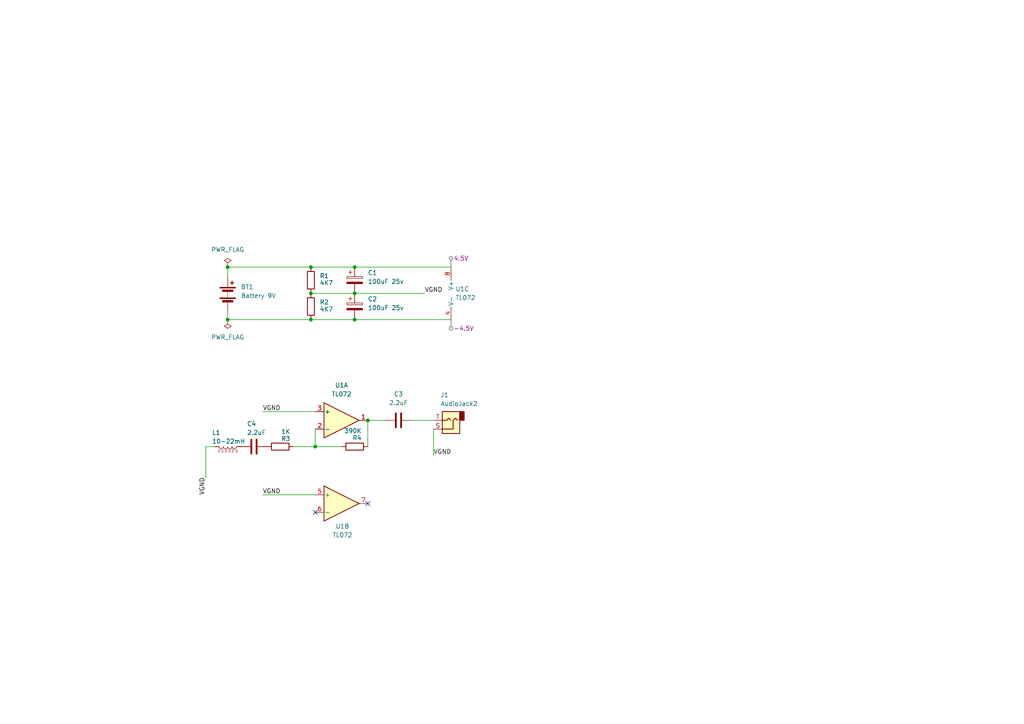
<source format=kicad_sch>
(kicad_sch (version 20231120) (generator "eeschema") (generator_version "8.0")
  (paper "A4")
  (lib_symbols
    (symbol "Amplifier_Operational:TL072" (pin_names (offset 0.127))
      (property "Reference" "U" (at 0 5.08 0))
      (property "Value" "TL072" (at 0 -5.08 0))
      (symbol "TL072_1_1"
        (polyline (pts (xy -5.08 5.08) (xy 5.08 0) (xy -5.08 -5.08) (xy -5.08 5.08)) (stroke (width 0.254)) (fill (type background)))
        (pin output line (at 7.62 0 180) (length 2.54) (name "~") (number "1"))
        (pin input line (at -7.62 -2.54 0) (length 2.54) (name "-") (number "2"))
        (pin input line (at -7.62 2.54 0) (length 2.54) (name "+") (number "3"))
      )
      (symbol "TL072_2_1"
        (polyline (pts (xy -5.08 5.08) (xy 5.08 0) (xy -5.08 -5.08) (xy -5.08 5.08)) (stroke (width 0.254)) (fill (type background)))
        (pin input line (at -7.62 2.54 0) (length 2.54) (name "+") (number "5"))
        (pin input line (at -7.62 -2.54 0) (length 2.54) (name "-") (number "6"))
        (pin output line (at 7.62 0 180) (length 2.54) (name "~") (number "7"))
      )
      (symbol "TL072_3_1"
        (pin power_in line (at -2.54 -7.62 90) (length 3.81) (name "V-") (number "4"))
        (pin power_in line (at -2.54 7.62 270) (length 3.81) (name "V+") (number "8"))
      )
    )
    (symbol "Connector_Audio:AudioJack2"
      (property "Reference" "J" (at 0 8.89 0))
      (property "Value" "AudioJack2" (at 0 6.35 0))
      (symbol "AudioJack2_0_1"
        (rectangle (start -3.81 0) (end -2.54 -2.54) (stroke (width 0.254)) (fill (type outline)))
        (rectangle (start -2.54 3.81) (end 2.54 -2.54) (stroke (width 0.254)) (fill (type background)))
        (polyline (pts (xy 0 0) (xy 0.635 -0.635) (xy 1.27 0) (xy 2.54 0)) (stroke (width 0.254)))
        (polyline (pts (xy 2.54 2.54) (xy -0.635 2.54) (xy -0.635 0) (xy -1.27 -0.635) (xy -1.905 0)) (stroke (width 0.254)))
      )
      (symbol "AudioJack2_1_1"
        (pin passive line (at 5.08 2.54 180) (length 2.54) (name "~") (number "S"))
        (pin passive line (at 5.08 0 180) (length 2.54) (name "~") (number "T"))
      )
    )
    (symbol "Device:Battery" (pin_numbers hide) (pin_names (offset 0) hide)
      (property "Reference" "BT" (at 2.54 2.54 0))
      (property "Value" "Battery" (at 2.54 0 0))
      (symbol "Battery_0_1"
        (rectangle (start -2.286 -1.27) (end 2.286 -1.524) (fill (type outline)))
        (rectangle (start -2.286 1.778) (end 2.286 1.524) (fill (type outline)))
        (rectangle (start -1.524 -2.032) (end 1.524 -2.54) (fill (type outline)))
        (rectangle (start -1.524 1.016) (end 1.524 0.508) (fill (type outline)))
        (polyline (pts (xy 0 -1.016) (xy 0 -0.762)))
        (polyline (pts (xy 0 -0.508) (xy 0 -0.254)))
        (polyline (pts (xy 0 0) (xy 0 0.254)))
        (polyline (pts (xy 0 1.778) (xy 0 2.54)))
        (polyline (pts (xy 0.762 3.048) (xy 1.778 3.048)) (stroke (width 0.254)))
        (polyline (pts (xy 1.27 3.556) (xy 1.27 2.54)) (stroke (width 0.254)))
      )
      (symbol "Battery_1_1"
        (pin passive line (at 0 5.08 270) (length 2.54) (name "+") (number "1"))
        (pin passive line (at 0 -5.08 90) (length 2.54) (name "-") (number "2"))
      )
    )
    (symbol "Device:C" (pin_numbers hide) (pin_names (offset 0.254))
      (property "Reference" "C" (at 0.635 2.54 0))
      (property "Value" "C" (at 0.635 -2.54 0))
      (symbol "C_0_1"
        (polyline (pts (xy -2.032 -0.762) (xy 2.032 -0.762)) (stroke (width 0.508)))
        (polyline (pts (xy -2.032 0.762) (xy 2.032 0.762)) (stroke (width 0.508)))
      )
      (symbol "C_1_1"
        (pin passive line (at 0 3.81 270) (length 2.794) (name "~") (number "1"))
        (pin passive line (at 0 -3.81 90) (length 2.794) (name "~") (number "2"))
      )
    )
    (symbol "Device:C_Polarized" (pin_numbers hide) (pin_names (offset 0.254))
      (property "Reference" "C" (at 0.635 2.54 0))
      (property "Value" "C_Polarized" (at 0.635 -2.54 0))
      (symbol "C_Polarized_0_1"
        (rectangle (start -2.286 0.508) (end 2.286 1.016))
        (polyline (pts (xy -1.778 2.286) (xy -0.762 2.286)))
        (polyline (pts (xy -1.27 2.794) (xy -1.27 1.778)))
        (rectangle (start 2.286 -0.508) (end -2.286 -1.016) (fill (type outline)))
      )
      (symbol "C_Polarized_1_1"
        (pin passive line (at 0 3.81 270) (length 2.794) (name "~") (number "1"))
        (pin passive line (at 0 -3.81 90) (length 2.794) (name "~") (number "2"))
      )
    )
    (symbol "Device:L_Ferrite" (pin_numbers hide) (pin_names (offset 1.016) hide)
      (property "Reference" "L" (at -1.27 0 90))
      (property "Value" "L_Ferrite" (at 2.794 0 90))
      (symbol "L_Ferrite_0_1"
        (arc (start 0 -2.54) (mid 0.6323 -1.905) (end 0 -1.27))
        (arc (start 0 -1.27) (mid 0.6323 -0.635) (end 0 0))
        (polyline (pts (xy 1.016 -2.794) (xy 1.016 -2.286)))
        (polyline (pts (xy 1.016 -1.778) (xy 1.016 -1.27)))
        (polyline (pts (xy 1.016 -0.762) (xy 1.016 -0.254)))
        (polyline (pts (xy 1.016 0.254) (xy 1.016 0.762)))
        (polyline (pts (xy 1.016 1.27) (xy 1.016 1.778)))
        (polyline (pts (xy 1.016 2.286) (xy 1.016 2.794)))
        (polyline (pts (xy 1.524 -2.286) (xy 1.524 -2.794)))
        (polyline (pts (xy 1.524 -1.27) (xy 1.524 -1.778)))
        (polyline (pts (xy 1.524 -0.254) (xy 1.524 -0.762)))
        (polyline (pts (xy 1.524 0.762) (xy 1.524 0.254)))
        (polyline (pts (xy 1.524 1.778) (xy 1.524 1.27)))
        (polyline (pts (xy 1.524 2.794) (xy 1.524 2.286)))
        (arc (start 0 0) (mid 0.6323 0.635) (end 0 1.27))
        (arc (start 0 1.27) (mid 0.6323 1.905) (end 0 2.54))
      )
      (symbol "L_Ferrite_1_1"
        (pin passive line (at 0 3.81 270) (length 1.27) (name "1") (number "1"))
        (pin passive line (at 0 -3.81 90) (length 1.27) (name "2") (number "2"))
      )
    )
    (symbol "Device:R" (pin_numbers hide) (pin_names (offset 0))
      (property "Reference" "R" (at 2.032 0 90))
      (property "Value" "R" (at 0 0 90))
      (symbol "R_0_1"
        (rectangle (start -1.016 -2.54) (end 1.016 2.54) (stroke (width 0.254)))
      )
      (symbol "R_1_1"
        (pin passive line (at 0 3.81 270) (length 1.27) (name "~") (number "1"))
        (pin passive line (at 0 -3.81 90) (length 1.27) (name "~") (number "2"))
      )
    )
    (symbol "power:PWR_FLAG" (power) (pin_numbers hide) (pin_names (offset 0) hide)
      (property "Value" "PWR_FLAG" (at 0 3.81 0))
      (symbol "PWR_FLAG_0_0"
        (pin power_out line (at 0 0 90) (length 0) (name "~") (number "1"))
      )
      (symbol "PWR_FLAG_0_1"
        (polyline (pts (xy 0 0) (xy 0 1.27) (xy -1.016 1.905) (xy 0 2.54) (xy 1.016 1.905) (xy 0 1.27)))
      )
    )
  )
  (junction (at 102.87 85.09))
  (junction (at 90.17 92.71))
  (junction (at 91.44 129.54))
  (junction (at 66.04 77.47))
  (junction (at 66.04 92.71))
  (junction (at 102.87 77.47))
  (junction (at 102.87 92.71))
  (junction (at 90.17 85.09))
  (junction (at 106.68 121.92))
  (junction (at 90.17 77.47))
  (no_connect (at 91.44 148.59))
  (no_connect (at 106.68 146.05))
  (wire (pts (xy 119.38 121.92) (xy 125.73 121.92)))
  (wire (pts (xy 102.87 92.71) (xy 130.81 92.71)))
  (wire (pts (xy 66.04 90.17) (xy 66.04 92.71)))
  (wire (pts (xy 85.09 129.54) (xy 91.44 129.54)))
  (wire (pts (xy 62.23 129.54) (xy 59.69 129.54)))
  (wire (pts (xy 91.44 124.46) (xy 91.44 129.54)))
  (wire (pts (xy 76.2 143.51) (xy 91.44 143.51)))
  (wire (pts (xy 90.17 85.09) (xy 102.87 85.09)))
  (wire (pts (xy 102.87 77.47) (xy 130.81 77.47)))
  (wire (pts (xy 59.69 129.54) (xy 59.69 138.43)))
  (wire (pts (xy 90.17 77.47) (xy 66.04 77.47)))
  (wire (pts (xy 106.68 121.92) (xy 111.76 121.92)))
  (wire (pts (xy 102.87 77.47) (xy 90.17 77.47)))
  (wire (pts (xy 66.04 77.47) (xy 66.04 80.01)))
  (wire (pts (xy 102.87 85.09) (xy 123.19 85.09)))
  (wire (pts (xy 91.44 119.38) (xy 76.2 119.38)))
  (wire (pts (xy 66.04 92.71) (xy 90.17 92.71)))
  (wire (pts (xy 91.44 129.54) (xy 99.06 129.54)))
  (wire (pts (xy 106.68 121.92) (xy 106.68 129.54)))
  (wire (pts (xy 125.73 124.46) (xy 125.73 132.08)))
  (wire (pts (xy 90.17 92.71) (xy 102.87 92.71)))
  (label "VGND" (at 76.2 143.51 0))
  (label "VGND" (at 59.69 138.43 270))
  (label "VGND" (at 76.2 119.38 0))
  (label "VGND" (at 123.19 85.09 0))
  (label "VGND" (at 125.73 132.08 0))
  (netclass_flag "" (length 2.54) (shape round) (at 130.81 77.47 0) (property "Netclass" "4.5V" (at 131.5085 74.93 0) (effects (font (italic yes)) (justify left))))
  (netclass_flag "" (length 2.54) (shape round) (at 130.81 92.71 180) (property "Netclass" "-4.5V" (at 131.5085 95.25 0) (effects (font (italic yes)) (justify left))))
  (symbol (lib_id "Connector_Audio:AudioJack2") (at 130.81 121.92 180) (unit 1)
    (property "Reference" "J1" (at 127.762 114.554 0) (effects (justify right)))
    (property "Value" "AudioJack2" (at 127.762 117.094 0) (effects (justify right)))
    (property "Footprint" "Connector_Audio:Jack_3.5mm_QingPu_WQP-PJ398SM_Vertical_CircularHoles" (effects (hide yes)))
    (property "Description" "Audio Jack, 2 Poles (Mono / TS)" (effects (hide yes)))
  )
  (symbol (lib_id "Device:R") (at 90.17 88.9 0) (unit 1)
    (property "Reference" "R2" (at 92.71 87.6299 0) (effects (justify left)))
    (property "Value" "4K7" (at 92.71 89.662 0) (effects (justify left)))
    (property "Footprint" "Resistor_THT:R_Axial_DIN0207_L6.3mm_D2.5mm_P10.16mm_Horizontal" (effects (hide yes)))
    (property "Description" "Resistor" (effects (hide yes)))
  )
  (symbol (lib_id "Amplifier_Operational:TL072") (at 99.06 121.92 0) (unit 1)
    (property "Reference" "U1" (at 99.06 111.76 0))
    (property "Value" "TL072" (at 99.06 114.3 0))
    (property "Footprint" "Package_DIP:DIP-8_W7.62mm_Socket_LongPads" (effects (hide yes)))
    (property "Datasheet" "http://www.ti.com/lit/ds/symlink/tl072.pdf" (effects (hide yes)))
    (property "Description" "Dual Low-Noise JFET-Input Operational Amplifiers, DIP-8/SOIC-8" (effects (hide yes)))
  )
  (symbol (lib_id "power:PWR_FLAG") (at 66.04 92.71 180) (unit 1)
    (property "Reference" "#FLG02" (effects (hide yes)))
    (property "Value" "PWR_FLAG" (at 66.04 97.79 0))
    (property "Description" "Special symbol for telling ERC where power comes from" (effects (hide yes)))
  )
  (symbol (lib_id "Device:C") (at 73.66 129.54 270) (unit 1)
    (property "Reference" "C4" (at 71.628 122.936 90) (effects (justify left)))
    (property "Value" "2.2uF" (at 71.628 125.476 90) (effects (justify left)))
    (property "Footprint" "Capacitor_THT:C_Rect_L7.2mm_W3.0mm_P5.00mm_FKS2_FKP2_MKS2_MKP2" (effects (hide yes)))
    (property "Description" "Unpolarized capacitor" (effects (hide yes)))
  )
  (symbol (lib_id "Device:R") (at 102.87 129.54 90) (unit 1)
    (property "Reference" "R4" (at 104.902 127 90) (effects (justify left)))
    (property "Value" "390K" (at 104.902 124.9679 90) (effects (justify left)))
    (property "Footprint" "Resistor_THT:R_Axial_DIN0207_L6.3mm_D2.5mm_P10.16mm_Horizontal" (effects (hide yes)))
    (property "Description" "Resistor" (effects (hide yes)))
  )
  (symbol (lib_id "Amplifier_Operational:TL072") (at 133.35 85.09 0) (unit 3)
    (property "Reference" "U1" (at 132.08 83.8199 0) (effects (justify left)))
    (property "Value" "TL072" (at 132.08 86.3599 0) (effects (justify left)))
    (property "Footprint" "Package_DIP:DIP-8_W7.62mm_Socket_LongPads" (effects (hide yes)))
    (property "Datasheet" "http://www.ti.com/lit/ds/symlink/tl072.pdf" (effects (hide yes)))
    (property "Description" "Dual Low-Noise JFET-Input Operational Amplifiers, DIP-8/SOIC-8" (effects (hide yes)))
  )
  (symbol (lib_id "Device:Battery") (at 66.04 85.09 0) (unit 1)
    (property "Reference" "BT1" (at 69.85 83.2484 0) (effects (justify left)))
    (property "Value" "Battery 9V" (at 69.85 85.7884 0) (effects (justify left)))
    (property "Footprint" "TerminalBlock_Philmore:TerminalBlock_Philmore_TB132_1x02_P5.00mm_Horizontal" (effects (hide yes)))
    (property "Description" "Multiple-cell battery" (effects (hide yes)))
  )
  (symbol (lib_id "Device:C_Polarized") (at 102.87 88.9 0) (unit 1)
    (property "Reference" "C2" (at 106.68 86.7409 0) (effects (justify left)))
    (property "Value" "100uF 25v" (at 106.68 89.2809 0) (effects (justify left)))
    (property "Footprint" "Capacitor_THT:CP_Radial_D8.0mm_P5.00mm" (effects (hide yes)))
    (property "Description" "Polarized capacitor" (effects (hide yes)))
  )
  (symbol (lib_id "power:PWR_FLAG") (at 66.04 77.47 0) (unit 1)
    (property "Reference" "#FLG01" (effects (hide yes)))
    (property "Value" "PWR_FLAG" (at 66.04 72.39 0))
    (property "Description" "Special symbol for telling ERC where power comes from" (effects (hide yes)))
  )
  (symbol (lib_id "Device:C_Polarized") (at 102.87 81.28 0) (unit 1)
    (property "Reference" "C1" (at 106.68 79.1209 0) (effects (justify left)))
    (property "Value" "100uF 25v" (at 106.68 81.6609 0) (effects (justify left)))
    (property "Footprint" "Capacitor_THT:CP_Radial_D8.0mm_P5.00mm" (effects (hide yes)))
    (property "Description" "Polarized capacitor" (effects (hide yes)))
  )
  (symbol (lib_id "Device:L_Ferrite") (at 66.04 129.54 270) (unit 1)
    (property "Reference" "L1" (at 61.468 125.476 90) (effects (justify left)))
    (property "Value" "10-22mH" (at 61.468 128.016 90) (effects (justify left)))
    (property "Footprint" "Inductor_THT:L_Radial_D8.7mm_P5.00mm_Fastron_07HCP" (effects (hide yes)))
    (property "Description" "Inductor with ferrite core" (effects (hide yes)))
  )
  (symbol (lib_id "Device:C") (at 115.57 121.92 270) (unit 1)
    (property "Reference" "C3" (at 115.57 114.3 90))
    (property "Value" "2.2uF" (at 115.57 116.84 90))
    (property "Footprint" "Capacitor_THT:C_Rect_L7.2mm_W3.0mm_P5.00mm_FKS2_FKP2_MKS2_MKP2" (effects (hide yes)))
    (property "Description" "Unpolarized capacitor" (effects (hide yes)))
  )
  (symbol (lib_id "Device:R") (at 81.28 129.54 270) (unit 1)
    (property "Reference" "R3" (at 81.534 127.254 90) (effects (justify left)))
    (property "Value" "1K" (at 81.534 125.222 90) (effects (justify left)))
    (property "Footprint" "Resistor_THT:R_Axial_DIN0207_L6.3mm_D2.5mm_P10.16mm_Horizontal" (effects (hide yes)))
    (property "Description" "Resistor" (effects (hide yes)))
  )
  (symbol (lib_id "Device:R") (at 90.17 81.28 0) (unit 1)
    (property "Reference" "R1" (at 92.71 80.0099 0) (effects (justify left)))
    (property "Value" "4K7" (at 92.71 82.042 0) (effects (justify left)))
    (property "Footprint" "Resistor_THT:R_Axial_DIN0207_L6.3mm_D2.5mm_P10.16mm_Horizontal" (effects (hide yes)))
    (property "Description" "Resistor" (effects (hide yes)))
  )
  (symbol (lib_id "Amplifier_Operational:TL072") (at 99.06 146.05 0) (unit 2)
    (property "Reference" "U1" (at 99.314 152.654 0))
    (property "Value" "TL072" (at 99.314 155.194 0))
    (property "Footprint" "Package_DIP:DIP-8_W7.62mm_Socket_LongPads" (effects (hide yes)))
    (property "Datasheet" "http://www.ti.com/lit/ds/symlink/tl072.pdf" (effects (hide yes)))
    (property "Description" "Dual Low-Noise JFET-Input Operational Amplifiers, DIP-8/SOIC-8" (effects (hide yes)))
  )
)
</source>
